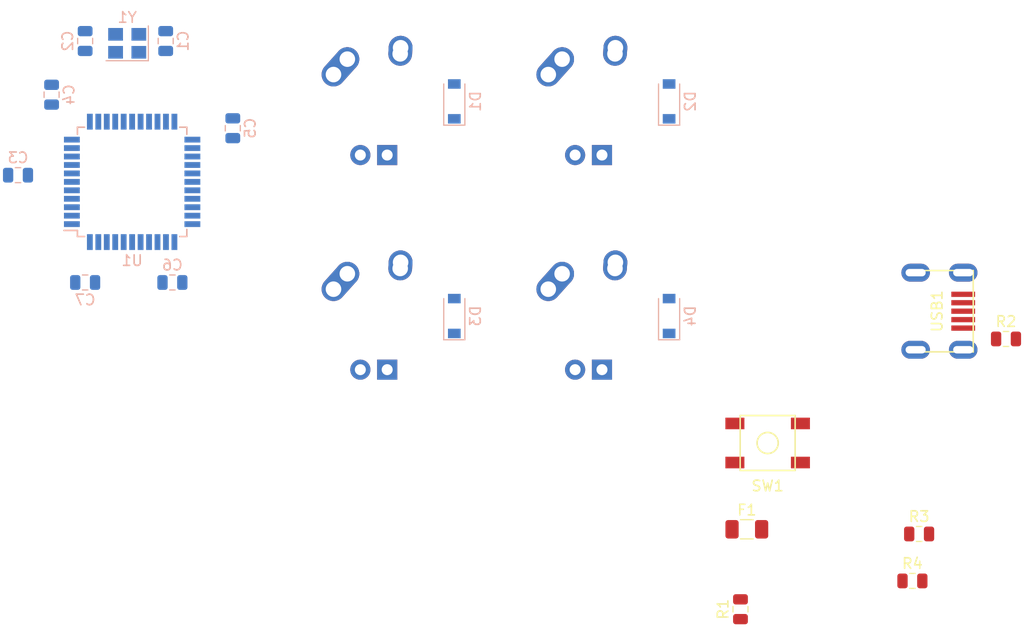
<source format=kicad_pcb>
(kicad_pcb (version 20171130) (host pcbnew "(5.1.4)-1")

  (general
    (thickness 1.6)
    (drawings 0)
    (tracks 0)
    (zones 0)
    (modules 24)
    (nets 49)
  )

  (page A4)
  (layers
    (0 F.Cu signal)
    (31 B.Cu signal)
    (32 B.Adhes user)
    (33 F.Adhes user)
    (34 B.Paste user)
    (35 F.Paste user)
    (36 B.SilkS user)
    (37 F.SilkS user)
    (38 B.Mask user)
    (39 F.Mask user)
    (40 Dwgs.User user)
    (41 Cmts.User user)
    (42 Eco1.User user)
    (43 Eco2.User user)
    (44 Edge.Cuts user)
    (45 Margin user)
    (46 B.CrtYd user)
    (47 F.CrtYd user)
    (48 B.Fab user)
    (49 F.Fab user)
  )

  (setup
    (last_trace_width 0.25)
    (trace_clearance 0.2)
    (zone_clearance 0.508)
    (zone_45_only no)
    (trace_min 0.2)
    (via_size 0.8)
    (via_drill 0.4)
    (via_min_size 0.4)
    (via_min_drill 0.3)
    (uvia_size 0.3)
    (uvia_drill 0.1)
    (uvias_allowed no)
    (uvia_min_size 0.2)
    (uvia_min_drill 0.1)
    (edge_width 0.05)
    (segment_width 0.2)
    (pcb_text_width 0.3)
    (pcb_text_size 1.5 1.5)
    (mod_edge_width 0.12)
    (mod_text_size 1 1)
    (mod_text_width 0.15)
    (pad_size 1.524 1.524)
    (pad_drill 0.762)
    (pad_to_mask_clearance 0.051)
    (solder_mask_min_width 0.25)
    (aux_axis_origin 0 0)
    (visible_elements FFFFFF7F)
    (pcbplotparams
      (layerselection 0x010fc_ffffffff)
      (usegerberextensions false)
      (usegerberattributes false)
      (usegerberadvancedattributes false)
      (creategerberjobfile false)
      (excludeedgelayer true)
      (linewidth 0.100000)
      (plotframeref false)
      (viasonmask false)
      (mode 1)
      (useauxorigin false)
      (hpglpennumber 1)
      (hpglpenspeed 20)
      (hpglpendiameter 15.000000)
      (psnegative false)
      (psa4output false)
      (plotreference true)
      (plotvalue true)
      (plotinvisibletext false)
      (padsonsilk false)
      (subtractmaskfromsilk false)
      (outputformat 1)
      (mirror false)
      (drillshape 1)
      (scaleselection 1)
      (outputdirectory ""))
  )

  (net 0 "")
  (net 1 GND)
  (net 2 "Net-(C1-Pad1)")
  (net 3 "Net-(C2-Pad1)")
  (net 4 "Net-(C3-Pad1)")
  (net 5 +5V)
  (net 6 "Net-(D1-Pad2)")
  (net 7 ROW0)
  (net 8 "Net-(D2-Pad2)")
  (net 9 "Net-(D3-Pad2)")
  (net 10 ROW1)
  (net 11 "Net-(D4-Pad2)")
  (net 12 VCC)
  (net 13 COL0)
  (net 14 COL1)
  (net 15 "Net-(R1-Pad2)")
  (net 16 D+)
  (net 17 "Net-(R2-Pad1)")
  (net 18 D-)
  (net 19 "Net-(R3-Pad1)")
  (net 20 "Net-(R4-Pad2)")
  (net 21 "Net-(U1-Pad42)")
  (net 22 "Net-(U1-Pad41)")
  (net 23 "Net-(U1-Pad40)")
  (net 24 "Net-(U1-Pad39)")
  (net 25 "Net-(U1-Pad38)")
  (net 26 "Net-(U1-Pad37)")
  (net 27 "Net-(U1-Pad36)")
  (net 28 "Net-(U1-Pad32)")
  (net 29 "Net-(U1-Pad31)")
  (net 30 "Net-(U1-Pad30)")
  (net 31 "Net-(U1-Pad29)")
  (net 32 "Net-(U1-Pad28)")
  (net 33 "Net-(U1-Pad27)")
  (net 34 "Net-(U1-Pad26)")
  (net 35 "Net-(U1-Pad25)")
  (net 36 "Net-(U1-Pad22)")
  (net 37 "Net-(U1-Pad21)")
  (net 38 "Net-(U1-Pad20)")
  (net 39 "Net-(U1-Pad19)")
  (net 40 "Net-(U1-Pad18)")
  (net 41 "Net-(U1-Pad12)")
  (net 42 "Net-(U1-Pad11)")
  (net 43 "Net-(U1-Pad10)")
  (net 44 "Net-(U1-Pad9)")
  (net 45 "Net-(U1-Pad8)")
  (net 46 "Net-(U1-Pad1)")
  (net 47 "Net-(USB1-Pad6)")
  (net 48 "Net-(USB1-Pad2)")

  (net_class Default "This is the default net class."
    (clearance 0.2)
    (trace_width 0.25)
    (via_dia 0.8)
    (via_drill 0.4)
    (uvia_dia 0.3)
    (uvia_drill 0.1)
    (add_net +5V)
    (add_net COL0)
    (add_net COL1)
    (add_net D+)
    (add_net D-)
    (add_net GND)
    (add_net "Net-(C1-Pad1)")
    (add_net "Net-(C2-Pad1)")
    (add_net "Net-(C3-Pad1)")
    (add_net "Net-(D1-Pad2)")
    (add_net "Net-(D2-Pad2)")
    (add_net "Net-(D3-Pad2)")
    (add_net "Net-(D4-Pad2)")
    (add_net "Net-(R1-Pad2)")
    (add_net "Net-(R2-Pad1)")
    (add_net "Net-(R3-Pad1)")
    (add_net "Net-(R4-Pad2)")
    (add_net "Net-(U1-Pad1)")
    (add_net "Net-(U1-Pad10)")
    (add_net "Net-(U1-Pad11)")
    (add_net "Net-(U1-Pad12)")
    (add_net "Net-(U1-Pad18)")
    (add_net "Net-(U1-Pad19)")
    (add_net "Net-(U1-Pad20)")
    (add_net "Net-(U1-Pad21)")
    (add_net "Net-(U1-Pad22)")
    (add_net "Net-(U1-Pad25)")
    (add_net "Net-(U1-Pad26)")
    (add_net "Net-(U1-Pad27)")
    (add_net "Net-(U1-Pad28)")
    (add_net "Net-(U1-Pad29)")
    (add_net "Net-(U1-Pad30)")
    (add_net "Net-(U1-Pad31)")
    (add_net "Net-(U1-Pad32)")
    (add_net "Net-(U1-Pad36)")
    (add_net "Net-(U1-Pad37)")
    (add_net "Net-(U1-Pad38)")
    (add_net "Net-(U1-Pad39)")
    (add_net "Net-(U1-Pad40)")
    (add_net "Net-(U1-Pad41)")
    (add_net "Net-(U1-Pad42)")
    (add_net "Net-(U1-Pad8)")
    (add_net "Net-(U1-Pad9)")
    (add_net "Net-(USB1-Pad2)")
    (add_net "Net-(USB1-Pad6)")
    (add_net ROW0)
    (add_net ROW1)
    (add_net VCC)
  )

  (module Crystal:Crystal_SMD_3225-4Pin_3.2x2.5mm (layer B.Cu) (tedit 5A0FD1B2) (tstamp 5FEB8B27)
    (at 66.05125 67.2075 180)
    (descr "SMD Crystal SERIES SMD3225/4 http://www.txccrystal.com/images/pdf/7m-accuracy.pdf, 3.2x2.5mm^2 package")
    (tags "SMD SMT crystal")
    (path /5FEEBE82)
    (attr smd)
    (fp_text reference Y1 (at 0 2.45) (layer B.SilkS)
      (effects (font (size 1 1) (thickness 0.15)) (justify mirror))
    )
    (fp_text value 16MHz (at 0 -2.45) (layer B.Fab)
      (effects (font (size 1 1) (thickness 0.15)) (justify mirror))
    )
    (fp_line (start 2.1 1.7) (end -2.1 1.7) (layer B.CrtYd) (width 0.05))
    (fp_line (start 2.1 -1.7) (end 2.1 1.7) (layer B.CrtYd) (width 0.05))
    (fp_line (start -2.1 -1.7) (end 2.1 -1.7) (layer B.CrtYd) (width 0.05))
    (fp_line (start -2.1 1.7) (end -2.1 -1.7) (layer B.CrtYd) (width 0.05))
    (fp_line (start -2 -1.65) (end 2 -1.65) (layer B.SilkS) (width 0.12))
    (fp_line (start -2 1.65) (end -2 -1.65) (layer B.SilkS) (width 0.12))
    (fp_line (start -1.6 -0.25) (end -0.6 -1.25) (layer B.Fab) (width 0.1))
    (fp_line (start 1.6 1.25) (end -1.6 1.25) (layer B.Fab) (width 0.1))
    (fp_line (start 1.6 -1.25) (end 1.6 1.25) (layer B.Fab) (width 0.1))
    (fp_line (start -1.6 -1.25) (end 1.6 -1.25) (layer B.Fab) (width 0.1))
    (fp_line (start -1.6 1.25) (end -1.6 -1.25) (layer B.Fab) (width 0.1))
    (fp_text user %R (at 0 0) (layer B.Fab)
      (effects (font (size 0.7 0.7) (thickness 0.105)) (justify mirror))
    )
    (pad 4 smd rect (at -1.1 0.85 180) (size 1.4 1.2) (layers B.Cu B.Paste B.Mask)
      (net 1 GND))
    (pad 3 smd rect (at 1.1 0.85 180) (size 1.4 1.2) (layers B.Cu B.Paste B.Mask)
      (net 3 "Net-(C2-Pad1)"))
    (pad 2 smd rect (at 1.1 -0.85 180) (size 1.4 1.2) (layers B.Cu B.Paste B.Mask)
      (net 1 GND))
    (pad 1 smd rect (at -1.1 -0.85 180) (size 1.4 1.2) (layers B.Cu B.Paste B.Mask)
      (net 2 "Net-(C1-Pad1)"))
    (model ${KISYS3DMOD}/Crystal.3dshapes/Crystal_SMD_3225-4Pin_3.2x2.5mm.wrl
      (at (xyz 0 0 0))
      (scale (xyz 1 1 1))
      (rotate (xyz 0 0 0))
    )
  )

  (module random-keyboard-parts:Molex-0548190589 (layer F.Cu) (tedit 5C494815) (tstamp 5FEB8B13)
    (at 140.64 92.572)
    (path /5FF067E2)
    (attr smd)
    (fp_text reference USB1 (at 2.032 0 90) (layer F.SilkS)
      (effects (font (size 1 1) (thickness 0.15)))
    )
    (fp_text value Molex-0548190589 (at -5.08 0 90) (layer Dwgs.User)
      (effects (font (size 1 1) (thickness 0.15)))
    )
    (fp_text user %R (at 2 0 90) (layer F.CrtYd)
      (effects (font (size 1 1) (thickness 0.15)))
    )
    (fp_line (start 3.25 -1.25) (end 5.5 -1.25) (layer F.CrtYd) (width 0.15))
    (fp_line (start 5.5 -0.5) (end 3.25 -0.5) (layer F.CrtYd) (width 0.15))
    (fp_line (start 3.25 0.5) (end 5.5 0.5) (layer F.CrtYd) (width 0.15))
    (fp_line (start 5.5 1.25) (end 3.25 1.25) (layer F.CrtYd) (width 0.15))
    (fp_line (start 3.25 2) (end 5.5 2) (layer F.CrtYd) (width 0.15))
    (fp_line (start 3.25 -2) (end 3.25 2) (layer F.CrtYd) (width 0.15))
    (fp_line (start 5.5 -2) (end 3.25 -2) (layer F.CrtYd) (width 0.15))
    (fp_line (start -3.75 3.75) (end -3.75 -3.75) (layer F.CrtYd) (width 0.15))
    (fp_line (start 5.5 3.75) (end -3.75 3.75) (layer F.CrtYd) (width 0.15))
    (fp_line (start 5.5 -3.75) (end 5.5 3.75) (layer F.CrtYd) (width 0.15))
    (fp_line (start -3.75 -3.75) (end 5.5 -3.75) (layer F.CrtYd) (width 0.15))
    (fp_line (start 0 -3.85) (end 5.45 -3.85) (layer F.SilkS) (width 0.15))
    (fp_line (start 0 3.85) (end 5.45 3.85) (layer F.SilkS) (width 0.15))
    (fp_line (start 5.45 -3.85) (end 5.45 3.85) (layer F.SilkS) (width 0.15))
    (fp_line (start -3.75 -3.85) (end 0 -3.85) (layer Dwgs.User) (width 0.15))
    (fp_line (start -3.75 3.85) (end 0 3.85) (layer Dwgs.User) (width 0.15))
    (fp_line (start -1.75 -4.572) (end -1.75 4.572) (layer Dwgs.User) (width 0.15))
    (fp_line (start -3.75 -3.85) (end -3.75 3.85) (layer Dwgs.User) (width 0.15))
    (pad 6 thru_hole oval (at 0 -3.65) (size 2.7 1.7) (drill oval 1.9 0.7) (layers *.Cu *.Mask)
      (net 47 "Net-(USB1-Pad6)"))
    (pad 6 thru_hole oval (at 0 3.65) (size 2.7 1.7) (drill oval 1.9 0.7) (layers *.Cu *.Mask)
      (net 47 "Net-(USB1-Pad6)"))
    (pad 6 thru_hole oval (at 4.5 3.65) (size 2.7 1.7) (drill oval 1.9 0.7) (layers *.Cu *.Mask)
      (net 47 "Net-(USB1-Pad6)"))
    (pad 6 thru_hole oval (at 4.5 -3.65) (size 2.7 1.7) (drill oval 1.9 0.7) (layers *.Cu *.Mask)
      (net 47 "Net-(USB1-Pad6)"))
    (pad 5 smd rect (at 4.5 -1.6) (size 2.25 0.5) (layers F.Cu F.Paste F.Mask)
      (net 12 VCC))
    (pad 4 smd rect (at 4.5 -0.8) (size 2.25 0.5) (layers F.Cu F.Paste F.Mask)
      (net 18 D-))
    (pad 3 smd rect (at 4.5 0) (size 2.25 0.5) (layers F.Cu F.Paste F.Mask)
      (net 16 D+))
    (pad 2 smd rect (at 4.5 0.8) (size 2.25 0.5) (layers F.Cu F.Paste F.Mask)
      (net 48 "Net-(USB1-Pad2)"))
    (pad 1 smd rect (at 4.5 1.6) (size 2.25 0.5) (layers F.Cu F.Paste F.Mask)
      (net 1 GND))
  )

  (module Package_QFP:TQFP-44_10x10mm_P0.8mm (layer B.Cu) (tedit 5A02F146) (tstamp 5FEB8AF3)
    (at 66.51625 80.3275)
    (descr "44-Lead Plastic Thin Quad Flatpack (PT) - 10x10x1.0 mm Body [TQFP] (see Microchip Packaging Specification 00000049BS.pdf)")
    (tags "QFP 0.8")
    (path /5FEB4F60)
    (attr smd)
    (fp_text reference U1 (at 0 7.45) (layer B.SilkS)
      (effects (font (size 1 1) (thickness 0.15)) (justify mirror))
    )
    (fp_text value ATmega32U4-AU (at 0 -7.45) (layer B.Fab)
      (effects (font (size 1 1) (thickness 0.15)) (justify mirror))
    )
    (fp_line (start -5.175 4.6) (end -6.45 4.6) (layer B.SilkS) (width 0.15))
    (fp_line (start 5.175 5.175) (end 4.5 5.175) (layer B.SilkS) (width 0.15))
    (fp_line (start 5.175 -5.175) (end 4.5 -5.175) (layer B.SilkS) (width 0.15))
    (fp_line (start -5.175 -5.175) (end -4.5 -5.175) (layer B.SilkS) (width 0.15))
    (fp_line (start -5.175 5.175) (end -4.5 5.175) (layer B.SilkS) (width 0.15))
    (fp_line (start -5.175 -5.175) (end -5.175 -4.5) (layer B.SilkS) (width 0.15))
    (fp_line (start 5.175 -5.175) (end 5.175 -4.5) (layer B.SilkS) (width 0.15))
    (fp_line (start 5.175 5.175) (end 5.175 4.5) (layer B.SilkS) (width 0.15))
    (fp_line (start -5.175 5.175) (end -5.175 4.6) (layer B.SilkS) (width 0.15))
    (fp_line (start -6.7 -6.7) (end 6.7 -6.7) (layer B.CrtYd) (width 0.05))
    (fp_line (start -6.7 6.7) (end 6.7 6.7) (layer B.CrtYd) (width 0.05))
    (fp_line (start 6.7 6.7) (end 6.7 -6.7) (layer B.CrtYd) (width 0.05))
    (fp_line (start -6.7 6.7) (end -6.7 -6.7) (layer B.CrtYd) (width 0.05))
    (fp_line (start -5 4) (end -4 5) (layer B.Fab) (width 0.15))
    (fp_line (start -5 -5) (end -5 4) (layer B.Fab) (width 0.15))
    (fp_line (start 5 -5) (end -5 -5) (layer B.Fab) (width 0.15))
    (fp_line (start 5 5) (end 5 -5) (layer B.Fab) (width 0.15))
    (fp_line (start -4 5) (end 5 5) (layer B.Fab) (width 0.15))
    (fp_text user %R (at 0 0) (layer B.Fab)
      (effects (font (size 1 1) (thickness 0.15)) (justify mirror))
    )
    (pad 44 smd rect (at -4 5.7 270) (size 1.5 0.55) (layers B.Cu B.Paste B.Mask)
      (net 5 +5V))
    (pad 43 smd rect (at -3.2 5.7 270) (size 1.5 0.55) (layers B.Cu B.Paste B.Mask)
      (net 1 GND))
    (pad 42 smd rect (at -2.4 5.7 270) (size 1.5 0.55) (layers B.Cu B.Paste B.Mask)
      (net 21 "Net-(U1-Pad42)"))
    (pad 41 smd rect (at -1.6 5.7 270) (size 1.5 0.55) (layers B.Cu B.Paste B.Mask)
      (net 22 "Net-(U1-Pad41)"))
    (pad 40 smd rect (at -0.8 5.7 270) (size 1.5 0.55) (layers B.Cu B.Paste B.Mask)
      (net 23 "Net-(U1-Pad40)"))
    (pad 39 smd rect (at 0 5.7 270) (size 1.5 0.55) (layers B.Cu B.Paste B.Mask)
      (net 24 "Net-(U1-Pad39)"))
    (pad 38 smd rect (at 0.8 5.7 270) (size 1.5 0.55) (layers B.Cu B.Paste B.Mask)
      (net 25 "Net-(U1-Pad38)"))
    (pad 37 smd rect (at 1.6 5.7 270) (size 1.5 0.55) (layers B.Cu B.Paste B.Mask)
      (net 26 "Net-(U1-Pad37)"))
    (pad 36 smd rect (at 2.4 5.7 270) (size 1.5 0.55) (layers B.Cu B.Paste B.Mask)
      (net 27 "Net-(U1-Pad36)"))
    (pad 35 smd rect (at 3.2 5.7 270) (size 1.5 0.55) (layers B.Cu B.Paste B.Mask)
      (net 1 GND))
    (pad 34 smd rect (at 4 5.7 270) (size 1.5 0.55) (layers B.Cu B.Paste B.Mask)
      (net 5 +5V))
    (pad 33 smd rect (at 5.7 4) (size 1.5 0.55) (layers B.Cu B.Paste B.Mask)
      (net 20 "Net-(R4-Pad2)"))
    (pad 32 smd rect (at 5.7 3.2) (size 1.5 0.55) (layers B.Cu B.Paste B.Mask)
      (net 28 "Net-(U1-Pad32)"))
    (pad 31 smd rect (at 5.7 2.4) (size 1.5 0.55) (layers B.Cu B.Paste B.Mask)
      (net 29 "Net-(U1-Pad31)"))
    (pad 30 smd rect (at 5.7 1.6) (size 1.5 0.55) (layers B.Cu B.Paste B.Mask)
      (net 30 "Net-(U1-Pad30)"))
    (pad 29 smd rect (at 5.7 0.8) (size 1.5 0.55) (layers B.Cu B.Paste B.Mask)
      (net 31 "Net-(U1-Pad29)"))
    (pad 28 smd rect (at 5.7 0) (size 1.5 0.55) (layers B.Cu B.Paste B.Mask)
      (net 32 "Net-(U1-Pad28)"))
    (pad 27 smd rect (at 5.7 -0.8) (size 1.5 0.55) (layers B.Cu B.Paste B.Mask)
      (net 33 "Net-(U1-Pad27)"))
    (pad 26 smd rect (at 5.7 -1.6) (size 1.5 0.55) (layers B.Cu B.Paste B.Mask)
      (net 34 "Net-(U1-Pad26)"))
    (pad 25 smd rect (at 5.7 -2.4) (size 1.5 0.55) (layers B.Cu B.Paste B.Mask)
      (net 35 "Net-(U1-Pad25)"))
    (pad 24 smd rect (at 5.7 -3.2) (size 1.5 0.55) (layers B.Cu B.Paste B.Mask)
      (net 5 +5V))
    (pad 23 smd rect (at 5.7 -4) (size 1.5 0.55) (layers B.Cu B.Paste B.Mask)
      (net 1 GND))
    (pad 22 smd rect (at 4 -5.7 270) (size 1.5 0.55) (layers B.Cu B.Paste B.Mask)
      (net 36 "Net-(U1-Pad22)"))
    (pad 21 smd rect (at 3.2 -5.7 270) (size 1.5 0.55) (layers B.Cu B.Paste B.Mask)
      (net 37 "Net-(U1-Pad21)"))
    (pad 20 smd rect (at 2.4 -5.7 270) (size 1.5 0.55) (layers B.Cu B.Paste B.Mask)
      (net 38 "Net-(U1-Pad20)"))
    (pad 19 smd rect (at 1.6 -5.7 270) (size 1.5 0.55) (layers B.Cu B.Paste B.Mask)
      (net 39 "Net-(U1-Pad19)"))
    (pad 18 smd rect (at 0.8 -5.7 270) (size 1.5 0.55) (layers B.Cu B.Paste B.Mask)
      (net 40 "Net-(U1-Pad18)"))
    (pad 17 smd rect (at 0 -5.7 270) (size 1.5 0.55) (layers B.Cu B.Paste B.Mask)
      (net 2 "Net-(C1-Pad1)"))
    (pad 16 smd rect (at -0.8 -5.7 270) (size 1.5 0.55) (layers B.Cu B.Paste B.Mask)
      (net 3 "Net-(C2-Pad1)"))
    (pad 15 smd rect (at -1.6 -5.7 270) (size 1.5 0.55) (layers B.Cu B.Paste B.Mask)
      (net 1 GND))
    (pad 14 smd rect (at -2.4 -5.7 270) (size 1.5 0.55) (layers B.Cu B.Paste B.Mask)
      (net 5 +5V))
    (pad 13 smd rect (at -3.2 -5.7 270) (size 1.5 0.55) (layers B.Cu B.Paste B.Mask)
      (net 15 "Net-(R1-Pad2)"))
    (pad 12 smd rect (at -4 -5.7 270) (size 1.5 0.55) (layers B.Cu B.Paste B.Mask)
      (net 41 "Net-(U1-Pad12)"))
    (pad 11 smd rect (at -5.7 -4) (size 1.5 0.55) (layers B.Cu B.Paste B.Mask)
      (net 42 "Net-(U1-Pad11)"))
    (pad 10 smd rect (at -5.7 -3.2) (size 1.5 0.55) (layers B.Cu B.Paste B.Mask)
      (net 43 "Net-(U1-Pad10)"))
    (pad 9 smd rect (at -5.7 -2.4) (size 1.5 0.55) (layers B.Cu B.Paste B.Mask)
      (net 44 "Net-(U1-Pad9)"))
    (pad 8 smd rect (at -5.7 -1.6) (size 1.5 0.55) (layers B.Cu B.Paste B.Mask)
      (net 45 "Net-(U1-Pad8)"))
    (pad 7 smd rect (at -5.7 -0.8) (size 1.5 0.55) (layers B.Cu B.Paste B.Mask)
      (net 5 +5V))
    (pad 6 smd rect (at -5.7 0) (size 1.5 0.55) (layers B.Cu B.Paste B.Mask)
      (net 4 "Net-(C3-Pad1)"))
    (pad 5 smd rect (at -5.7 0.8) (size 1.5 0.55) (layers B.Cu B.Paste B.Mask)
      (net 1 GND))
    (pad 4 smd rect (at -5.7 1.6) (size 1.5 0.55) (layers B.Cu B.Paste B.Mask)
      (net 17 "Net-(R2-Pad1)"))
    (pad 3 smd rect (at -5.7 2.4) (size 1.5 0.55) (layers B.Cu B.Paste B.Mask)
      (net 19 "Net-(R3-Pad1)"))
    (pad 2 smd rect (at -5.7 3.2) (size 1.5 0.55) (layers B.Cu B.Paste B.Mask)
      (net 5 +5V))
    (pad 1 smd rect (at -5.7 4) (size 1.5 0.55) (layers B.Cu B.Paste B.Mask)
      (net 46 "Net-(U1-Pad1)"))
    (model ${KISYS3DMOD}/Package_QFP.3dshapes/TQFP-44_10x10mm_P0.8mm.wrl
      (at (xyz 0 0 0))
      (scale (xyz 1 1 1))
      (rotate (xyz 0 0 0))
    )
  )

  (module random-keyboard-parts:SKQG-1155865 (layer F.Cu) (tedit 5E62B398) (tstamp 5FEB8AB0)
    (at 126.64 105.05)
    (path /5FEFB246)
    (attr smd)
    (fp_text reference SW1 (at 0 4.064) (layer F.SilkS)
      (effects (font (size 1 1) (thickness 0.15)))
    )
    (fp_text value SW_Push (at 0 -4.064) (layer F.Fab)
      (effects (font (size 1 1) (thickness 0.15)))
    )
    (fp_line (start -2.6 -2.6) (end 2.6 -2.6) (layer F.SilkS) (width 0.15))
    (fp_line (start 2.6 -2.6) (end 2.6 2.6) (layer F.SilkS) (width 0.15))
    (fp_line (start 2.6 2.6) (end -2.6 2.6) (layer F.SilkS) (width 0.15))
    (fp_line (start -2.6 2.6) (end -2.6 -2.6) (layer F.SilkS) (width 0.15))
    (fp_circle (center 0 0) (end 1 0) (layer F.SilkS) (width 0.15))
    (fp_line (start -4.2 -2.6) (end 4.2 -2.6) (layer F.Fab) (width 0.15))
    (fp_line (start 4.2 -2.6) (end 4.2 -1.2) (layer F.Fab) (width 0.15))
    (fp_line (start 4.2 -1.1) (end 2.6 -1.1) (layer F.Fab) (width 0.15))
    (fp_line (start 2.6 -1.1) (end 2.6 1.1) (layer F.Fab) (width 0.15))
    (fp_line (start 2.6 1.1) (end 4.2 1.1) (layer F.Fab) (width 0.15))
    (fp_line (start 4.2 1.1) (end 4.2 2.6) (layer F.Fab) (width 0.15))
    (fp_line (start 4.2 2.6) (end -4.2 2.6) (layer F.Fab) (width 0.15))
    (fp_line (start -4.2 2.6) (end -4.2 1.1) (layer F.Fab) (width 0.15))
    (fp_line (start -4.2 1.1) (end -2.6 1.1) (layer F.Fab) (width 0.15))
    (fp_line (start -2.6 1.1) (end -2.6 -1.1) (layer F.Fab) (width 0.15))
    (fp_line (start -2.6 -1.1) (end -4.2 -1.1) (layer F.Fab) (width 0.15))
    (fp_line (start -4.2 -1.1) (end -4.2 -2.6) (layer F.Fab) (width 0.15))
    (fp_circle (center 0 0) (end 1 0) (layer F.Fab) (width 0.15))
    (fp_line (start -2.6 -1.1) (end -1.1 -2.6) (layer F.Fab) (width 0.15))
    (fp_line (start 2.6 -1.1) (end 1.1 -2.6) (layer F.Fab) (width 0.15))
    (fp_line (start 2.6 1.1) (end 1.1 2.6) (layer F.Fab) (width 0.15))
    (fp_line (start -2.6 1.1) (end -1.1 2.6) (layer F.Fab) (width 0.15))
    (pad 4 smd rect (at -3.1 1.85) (size 1.8 1.1) (layers F.Cu F.Paste F.Mask))
    (pad 3 smd rect (at 3.1 -1.85) (size 1.8 1.1) (layers F.Cu F.Paste F.Mask))
    (pad 2 smd rect (at -3.1 -1.85) (size 1.8 1.1) (layers F.Cu F.Paste F.Mask)
      (net 15 "Net-(R1-Pad2)"))
    (pad 1 smd rect (at 3.1 1.85) (size 1.8 1.1) (layers F.Cu F.Paste F.Mask)
      (net 1 GND))
    (model ${KISYS3DMOD}/Button_Switch_SMD.3dshapes/SW_SPST_TL3342.step
      (at (xyz 0 0 0))
      (scale (xyz 1 1 1))
      (rotate (xyz 0 0 0))
    )
  )

  (module Resistor_SMD:R_0805_2012Metric (layer F.Cu) (tedit 5B36C52B) (tstamp 5FEB8A92)
    (at 140.335 118.11)
    (descr "Resistor SMD 0805 (2012 Metric), square (rectangular) end terminal, IPC_7351 nominal, (Body size source: https://docs.google.com/spreadsheets/d/1BsfQQcO9C6DZCsRaXUlFlo91Tg2WpOkGARC1WS5S8t0/edit?usp=sharing), generated with kicad-footprint-generator")
    (tags resistor)
    (path /5FEC9EA9)
    (attr smd)
    (fp_text reference R4 (at 0 -1.65) (layer F.SilkS)
      (effects (font (size 1 1) (thickness 0.15)))
    )
    (fp_text value 10k (at 0 1.65) (layer F.Fab)
      (effects (font (size 1 1) (thickness 0.15)))
    )
    (fp_text user %R (at 0 0) (layer F.Fab)
      (effects (font (size 0.5 0.5) (thickness 0.08)))
    )
    (fp_line (start 1.68 0.95) (end -1.68 0.95) (layer F.CrtYd) (width 0.05))
    (fp_line (start 1.68 -0.95) (end 1.68 0.95) (layer F.CrtYd) (width 0.05))
    (fp_line (start -1.68 -0.95) (end 1.68 -0.95) (layer F.CrtYd) (width 0.05))
    (fp_line (start -1.68 0.95) (end -1.68 -0.95) (layer F.CrtYd) (width 0.05))
    (fp_line (start -0.258578 0.71) (end 0.258578 0.71) (layer F.SilkS) (width 0.12))
    (fp_line (start -0.258578 -0.71) (end 0.258578 -0.71) (layer F.SilkS) (width 0.12))
    (fp_line (start 1 0.6) (end -1 0.6) (layer F.Fab) (width 0.1))
    (fp_line (start 1 -0.6) (end 1 0.6) (layer F.Fab) (width 0.1))
    (fp_line (start -1 -0.6) (end 1 -0.6) (layer F.Fab) (width 0.1))
    (fp_line (start -1 0.6) (end -1 -0.6) (layer F.Fab) (width 0.1))
    (pad 2 smd roundrect (at 0.9375 0) (size 0.975 1.4) (layers F.Cu F.Paste F.Mask) (roundrect_rratio 0.25)
      (net 20 "Net-(R4-Pad2)"))
    (pad 1 smd roundrect (at -0.9375 0) (size 0.975 1.4) (layers F.Cu F.Paste F.Mask) (roundrect_rratio 0.25)
      (net 1 GND))
    (model ${KISYS3DMOD}/Resistor_SMD.3dshapes/R_0805_2012Metric.wrl
      (at (xyz 0 0 0))
      (scale (xyz 1 1 1))
      (rotate (xyz 0 0 0))
    )
  )

  (module Resistor_SMD:R_0805_2012Metric (layer F.Cu) (tedit 5B36C52B) (tstamp 5FEB8A81)
    (at 140.97 113.665)
    (descr "Resistor SMD 0805 (2012 Metric), square (rectangular) end terminal, IPC_7351 nominal, (Body size source: https://docs.google.com/spreadsheets/d/1BsfQQcO9C6DZCsRaXUlFlo91Tg2WpOkGARC1WS5S8t0/edit?usp=sharing), generated with kicad-footprint-generator")
    (tags resistor)
    (path /5FED4DB5)
    (attr smd)
    (fp_text reference R3 (at 0 -1.65) (layer F.SilkS)
      (effects (font (size 1 1) (thickness 0.15)))
    )
    (fp_text value 22 (at 0 1.65) (layer F.Fab)
      (effects (font (size 1 1) (thickness 0.15)))
    )
    (fp_line (start -1 0.6) (end -1 -0.6) (layer F.Fab) (width 0.1))
    (fp_line (start -1 -0.6) (end 1 -0.6) (layer F.Fab) (width 0.1))
    (fp_line (start 1 -0.6) (end 1 0.6) (layer F.Fab) (width 0.1))
    (fp_line (start 1 0.6) (end -1 0.6) (layer F.Fab) (width 0.1))
    (fp_line (start -0.258578 -0.71) (end 0.258578 -0.71) (layer F.SilkS) (width 0.12))
    (fp_line (start -0.258578 0.71) (end 0.258578 0.71) (layer F.SilkS) (width 0.12))
    (fp_line (start -1.68 0.95) (end -1.68 -0.95) (layer F.CrtYd) (width 0.05))
    (fp_line (start -1.68 -0.95) (end 1.68 -0.95) (layer F.CrtYd) (width 0.05))
    (fp_line (start 1.68 -0.95) (end 1.68 0.95) (layer F.CrtYd) (width 0.05))
    (fp_line (start 1.68 0.95) (end -1.68 0.95) (layer F.CrtYd) (width 0.05))
    (fp_text user %R (at 0 0) (layer F.Fab)
      (effects (font (size 0.5 0.5) (thickness 0.08)))
    )
    (pad 1 smd roundrect (at -0.9375 0) (size 0.975 1.4) (layers F.Cu F.Paste F.Mask) (roundrect_rratio 0.25)
      (net 19 "Net-(R3-Pad1)"))
    (pad 2 smd roundrect (at 0.9375 0) (size 0.975 1.4) (layers F.Cu F.Paste F.Mask) (roundrect_rratio 0.25)
      (net 18 D-))
    (model ${KISYS3DMOD}/Resistor_SMD.3dshapes/R_0805_2012Metric.wrl
      (at (xyz 0 0 0))
      (scale (xyz 1 1 1))
      (rotate (xyz 0 0 0))
    )
  )

  (module Resistor_SMD:R_0805_2012Metric (layer F.Cu) (tedit 5B36C52B) (tstamp 5FEB8A70)
    (at 149.19 95.2)
    (descr "Resistor SMD 0805 (2012 Metric), square (rectangular) end terminal, IPC_7351 nominal, (Body size source: https://docs.google.com/spreadsheets/d/1BsfQQcO9C6DZCsRaXUlFlo91Tg2WpOkGARC1WS5S8t0/edit?usp=sharing), generated with kicad-footprint-generator")
    (tags resistor)
    (path /5FED3DFF)
    (attr smd)
    (fp_text reference R2 (at 0 -1.65) (layer F.SilkS)
      (effects (font (size 1 1) (thickness 0.15)))
    )
    (fp_text value 22 (at 0 1.65) (layer F.Fab)
      (effects (font (size 1 1) (thickness 0.15)))
    )
    (fp_text user %R (at 0 0) (layer F.Fab)
      (effects (font (size 0.5 0.5) (thickness 0.08)))
    )
    (fp_line (start 1.68 0.95) (end -1.68 0.95) (layer F.CrtYd) (width 0.05))
    (fp_line (start 1.68 -0.95) (end 1.68 0.95) (layer F.CrtYd) (width 0.05))
    (fp_line (start -1.68 -0.95) (end 1.68 -0.95) (layer F.CrtYd) (width 0.05))
    (fp_line (start -1.68 0.95) (end -1.68 -0.95) (layer F.CrtYd) (width 0.05))
    (fp_line (start -0.258578 0.71) (end 0.258578 0.71) (layer F.SilkS) (width 0.12))
    (fp_line (start -0.258578 -0.71) (end 0.258578 -0.71) (layer F.SilkS) (width 0.12))
    (fp_line (start 1 0.6) (end -1 0.6) (layer F.Fab) (width 0.1))
    (fp_line (start 1 -0.6) (end 1 0.6) (layer F.Fab) (width 0.1))
    (fp_line (start -1 -0.6) (end 1 -0.6) (layer F.Fab) (width 0.1))
    (fp_line (start -1 0.6) (end -1 -0.6) (layer F.Fab) (width 0.1))
    (pad 2 smd roundrect (at 0.9375 0) (size 0.975 1.4) (layers F.Cu F.Paste F.Mask) (roundrect_rratio 0.25)
      (net 16 D+))
    (pad 1 smd roundrect (at -0.9375 0) (size 0.975 1.4) (layers F.Cu F.Paste F.Mask) (roundrect_rratio 0.25)
      (net 17 "Net-(R2-Pad1)"))
    (model ${KISYS3DMOD}/Resistor_SMD.3dshapes/R_0805_2012Metric.wrl
      (at (xyz 0 0 0))
      (scale (xyz 1 1 1))
      (rotate (xyz 0 0 0))
    )
  )

  (module Resistor_SMD:R_0805_2012Metric (layer F.Cu) (tedit 5B36C52B) (tstamp 5FEB8A5F)
    (at 124.07 120.79 90)
    (descr "Resistor SMD 0805 (2012 Metric), square (rectangular) end terminal, IPC_7351 nominal, (Body size source: https://docs.google.com/spreadsheets/d/1BsfQQcO9C6DZCsRaXUlFlo91Tg2WpOkGARC1WS5S8t0/edit?usp=sharing), generated with kicad-footprint-generator")
    (tags resistor)
    (path /5FEFDFD6)
    (attr smd)
    (fp_text reference R1 (at 0 -1.65 90) (layer F.SilkS)
      (effects (font (size 1 1) (thickness 0.15)))
    )
    (fp_text value 10k (at 0 1.65 90) (layer F.Fab)
      (effects (font (size 1 1) (thickness 0.15)))
    )
    (fp_line (start -1 0.6) (end -1 -0.6) (layer F.Fab) (width 0.1))
    (fp_line (start -1 -0.6) (end 1 -0.6) (layer F.Fab) (width 0.1))
    (fp_line (start 1 -0.6) (end 1 0.6) (layer F.Fab) (width 0.1))
    (fp_line (start 1 0.6) (end -1 0.6) (layer F.Fab) (width 0.1))
    (fp_line (start -0.258578 -0.71) (end 0.258578 -0.71) (layer F.SilkS) (width 0.12))
    (fp_line (start -0.258578 0.71) (end 0.258578 0.71) (layer F.SilkS) (width 0.12))
    (fp_line (start -1.68 0.95) (end -1.68 -0.95) (layer F.CrtYd) (width 0.05))
    (fp_line (start -1.68 -0.95) (end 1.68 -0.95) (layer F.CrtYd) (width 0.05))
    (fp_line (start 1.68 -0.95) (end 1.68 0.95) (layer F.CrtYd) (width 0.05))
    (fp_line (start 1.68 0.95) (end -1.68 0.95) (layer F.CrtYd) (width 0.05))
    (fp_text user %R (at 0 0 90) (layer F.Fab)
      (effects (font (size 0.5 0.5) (thickness 0.08)))
    )
    (pad 1 smd roundrect (at -0.9375 0 90) (size 0.975 1.4) (layers F.Cu F.Paste F.Mask) (roundrect_rratio 0.25)
      (net 5 +5V))
    (pad 2 smd roundrect (at 0.9375 0 90) (size 0.975 1.4) (layers F.Cu F.Paste F.Mask) (roundrect_rratio 0.25)
      (net 15 "Net-(R1-Pad2)"))
    (model ${KISYS3DMOD}/Resistor_SMD.3dshapes/R_0805_2012Metric.wrl
      (at (xyz 0 0 0))
      (scale (xyz 1 1 1))
      (rotate (xyz 0 0 0))
    )
  )

  (module MX_Alps_Hybrid:MX-1U (layer F.Cu) (tedit 5A9F3A9A) (tstamp 5FEB8A4E)
    (at 109.69625 93.0275)
    (path /5FF20267)
    (fp_text reference MX4 (at 0 3.175) (layer Dwgs.User)
      (effects (font (size 1 1) (thickness 0.15)))
    )
    (fp_text value MX-NoLED (at 0 -7.9375) (layer Dwgs.User)
      (effects (font (size 1 1) (thickness 0.15)))
    )
    (fp_line (start -9.525 9.525) (end -9.525 -9.525) (layer Dwgs.User) (width 0.15))
    (fp_line (start 9.525 9.525) (end -9.525 9.525) (layer Dwgs.User) (width 0.15))
    (fp_line (start 9.525 -9.525) (end 9.525 9.525) (layer Dwgs.User) (width 0.15))
    (fp_line (start -9.525 -9.525) (end 9.525 -9.525) (layer Dwgs.User) (width 0.15))
    (fp_line (start -7 -7) (end -7 -5) (layer Dwgs.User) (width 0.15))
    (fp_line (start -5 -7) (end -7 -7) (layer Dwgs.User) (width 0.15))
    (fp_line (start -7 7) (end -5 7) (layer Dwgs.User) (width 0.15))
    (fp_line (start -7 5) (end -7 7) (layer Dwgs.User) (width 0.15))
    (fp_line (start 7 7) (end 7 5) (layer Dwgs.User) (width 0.15))
    (fp_line (start 5 7) (end 7 7) (layer Dwgs.User) (width 0.15))
    (fp_line (start 7 -7) (end 7 -5) (layer Dwgs.User) (width 0.15))
    (fp_line (start 5 -7) (end 7 -7) (layer Dwgs.User) (width 0.15))
    (pad "" np_thru_hole circle (at 5.08 0 48.0996) (size 1.75 1.75) (drill 1.75) (layers *.Cu *.Mask))
    (pad "" np_thru_hole circle (at -5.08 0 48.0996) (size 1.75 1.75) (drill 1.75) (layers *.Cu *.Mask))
    (pad 4 thru_hole rect (at 1.27 5.08) (size 1.905 1.905) (drill 1.04) (layers *.Cu B.Mask))
    (pad 3 thru_hole circle (at -1.27 5.08) (size 1.905 1.905) (drill 1.04) (layers *.Cu B.Mask))
    (pad 1 thru_hole circle (at -2.5 -4) (size 2.25 2.25) (drill 1.47) (layers *.Cu B.Mask)
      (net 14 COL1))
    (pad "" np_thru_hole circle (at 0 0) (size 3.9878 3.9878) (drill 3.9878) (layers *.Cu *.Mask))
    (pad 1 thru_hole oval (at -3.81 -2.54 48.0996) (size 4.211556 2.25) (drill 1.47 (offset 0.980778 0)) (layers *.Cu B.Mask)
      (net 14 COL1))
    (pad 2 thru_hole circle (at 2.54 -5.08) (size 2.25 2.25) (drill 1.47) (layers *.Cu B.Mask)
      (net 11 "Net-(D4-Pad2)"))
    (pad 2 thru_hole oval (at 2.5 -4.5 86.0548) (size 2.831378 2.25) (drill 1.47 (offset 0.290689 0)) (layers *.Cu B.Mask)
      (net 11 "Net-(D4-Pad2)"))
  )

  (module MX_Alps_Hybrid:MX-1U (layer F.Cu) (tedit 5A9F3A9A) (tstamp 5FEB8A35)
    (at 89.37625 93.0275)
    (path /5FF1F8BB)
    (fp_text reference MX3 (at 0 3.175) (layer Dwgs.User)
      (effects (font (size 1 1) (thickness 0.15)))
    )
    (fp_text value MX-NoLED (at 0 -7.9375) (layer Dwgs.User)
      (effects (font (size 1 1) (thickness 0.15)))
    )
    (fp_line (start -9.525 9.525) (end -9.525 -9.525) (layer Dwgs.User) (width 0.15))
    (fp_line (start 9.525 9.525) (end -9.525 9.525) (layer Dwgs.User) (width 0.15))
    (fp_line (start 9.525 -9.525) (end 9.525 9.525) (layer Dwgs.User) (width 0.15))
    (fp_line (start -9.525 -9.525) (end 9.525 -9.525) (layer Dwgs.User) (width 0.15))
    (fp_line (start -7 -7) (end -7 -5) (layer Dwgs.User) (width 0.15))
    (fp_line (start -5 -7) (end -7 -7) (layer Dwgs.User) (width 0.15))
    (fp_line (start -7 7) (end -5 7) (layer Dwgs.User) (width 0.15))
    (fp_line (start -7 5) (end -7 7) (layer Dwgs.User) (width 0.15))
    (fp_line (start 7 7) (end 7 5) (layer Dwgs.User) (width 0.15))
    (fp_line (start 5 7) (end 7 7) (layer Dwgs.User) (width 0.15))
    (fp_line (start 7 -7) (end 7 -5) (layer Dwgs.User) (width 0.15))
    (fp_line (start 5 -7) (end 7 -7) (layer Dwgs.User) (width 0.15))
    (pad "" np_thru_hole circle (at 5.08 0 48.0996) (size 1.75 1.75) (drill 1.75) (layers *.Cu *.Mask))
    (pad "" np_thru_hole circle (at -5.08 0 48.0996) (size 1.75 1.75) (drill 1.75) (layers *.Cu *.Mask))
    (pad 4 thru_hole rect (at 1.27 5.08) (size 1.905 1.905) (drill 1.04) (layers *.Cu B.Mask))
    (pad 3 thru_hole circle (at -1.27 5.08) (size 1.905 1.905) (drill 1.04) (layers *.Cu B.Mask))
    (pad 1 thru_hole circle (at -2.5 -4) (size 2.25 2.25) (drill 1.47) (layers *.Cu B.Mask)
      (net 13 COL0))
    (pad "" np_thru_hole circle (at 0 0) (size 3.9878 3.9878) (drill 3.9878) (layers *.Cu *.Mask))
    (pad 1 thru_hole oval (at -3.81 -2.54 48.0996) (size 4.211556 2.25) (drill 1.47 (offset 0.980778 0)) (layers *.Cu B.Mask)
      (net 13 COL0))
    (pad 2 thru_hole circle (at 2.54 -5.08) (size 2.25 2.25) (drill 1.47) (layers *.Cu B.Mask)
      (net 9 "Net-(D3-Pad2)"))
    (pad 2 thru_hole oval (at 2.5 -4.5 86.0548) (size 2.831378 2.25) (drill 1.47 (offset 0.290689 0)) (layers *.Cu B.Mask)
      (net 9 "Net-(D3-Pad2)"))
  )

  (module MX_Alps_Hybrid:MX-1U (layer F.Cu) (tedit 5A9F3A9A) (tstamp 5FEB8A1C)
    (at 109.69625 72.7075)
    (path /5FF1E9D7)
    (fp_text reference MX2 (at 0 3.175) (layer Dwgs.User)
      (effects (font (size 1 1) (thickness 0.15)))
    )
    (fp_text value MX-NoLED (at 0 -7.9375) (layer Dwgs.User)
      (effects (font (size 1 1) (thickness 0.15)))
    )
    (fp_line (start -9.525 9.525) (end -9.525 -9.525) (layer Dwgs.User) (width 0.15))
    (fp_line (start 9.525 9.525) (end -9.525 9.525) (layer Dwgs.User) (width 0.15))
    (fp_line (start 9.525 -9.525) (end 9.525 9.525) (layer Dwgs.User) (width 0.15))
    (fp_line (start -9.525 -9.525) (end 9.525 -9.525) (layer Dwgs.User) (width 0.15))
    (fp_line (start -7 -7) (end -7 -5) (layer Dwgs.User) (width 0.15))
    (fp_line (start -5 -7) (end -7 -7) (layer Dwgs.User) (width 0.15))
    (fp_line (start -7 7) (end -5 7) (layer Dwgs.User) (width 0.15))
    (fp_line (start -7 5) (end -7 7) (layer Dwgs.User) (width 0.15))
    (fp_line (start 7 7) (end 7 5) (layer Dwgs.User) (width 0.15))
    (fp_line (start 5 7) (end 7 7) (layer Dwgs.User) (width 0.15))
    (fp_line (start 7 -7) (end 7 -5) (layer Dwgs.User) (width 0.15))
    (fp_line (start 5 -7) (end 7 -7) (layer Dwgs.User) (width 0.15))
    (pad "" np_thru_hole circle (at 5.08 0 48.0996) (size 1.75 1.75) (drill 1.75) (layers *.Cu *.Mask))
    (pad "" np_thru_hole circle (at -5.08 0 48.0996) (size 1.75 1.75) (drill 1.75) (layers *.Cu *.Mask))
    (pad 4 thru_hole rect (at 1.27 5.08) (size 1.905 1.905) (drill 1.04) (layers *.Cu B.Mask))
    (pad 3 thru_hole circle (at -1.27 5.08) (size 1.905 1.905) (drill 1.04) (layers *.Cu B.Mask))
    (pad 1 thru_hole circle (at -2.5 -4) (size 2.25 2.25) (drill 1.47) (layers *.Cu B.Mask)
      (net 14 COL1))
    (pad "" np_thru_hole circle (at 0 0) (size 3.9878 3.9878) (drill 3.9878) (layers *.Cu *.Mask))
    (pad 1 thru_hole oval (at -3.81 -2.54 48.0996) (size 4.211556 2.25) (drill 1.47 (offset 0.980778 0)) (layers *.Cu B.Mask)
      (net 14 COL1))
    (pad 2 thru_hole circle (at 2.54 -5.08) (size 2.25 2.25) (drill 1.47) (layers *.Cu B.Mask)
      (net 8 "Net-(D2-Pad2)"))
    (pad 2 thru_hole oval (at 2.5 -4.5 86.0548) (size 2.831378 2.25) (drill 1.47 (offset 0.290689 0)) (layers *.Cu B.Mask)
      (net 8 "Net-(D2-Pad2)"))
  )

  (module MX_Alps_Hybrid:MX-1U (layer F.Cu) (tedit 5A9F3A9A) (tstamp 5FEB8A03)
    (at 89.37625 72.7075)
    (path /5FF0FED7)
    (fp_text reference MX1 (at 0 3.175) (layer Dwgs.User)
      (effects (font (size 1 1) (thickness 0.15)))
    )
    (fp_text value MX-NoLED (at 0 -7.9375) (layer Dwgs.User)
      (effects (font (size 1 1) (thickness 0.15)))
    )
    (fp_line (start -9.525 9.525) (end -9.525 -9.525) (layer Dwgs.User) (width 0.15))
    (fp_line (start 9.525 9.525) (end -9.525 9.525) (layer Dwgs.User) (width 0.15))
    (fp_line (start 9.525 -9.525) (end 9.525 9.525) (layer Dwgs.User) (width 0.15))
    (fp_line (start -9.525 -9.525) (end 9.525 -9.525) (layer Dwgs.User) (width 0.15))
    (fp_line (start -7 -7) (end -7 -5) (layer Dwgs.User) (width 0.15))
    (fp_line (start -5 -7) (end -7 -7) (layer Dwgs.User) (width 0.15))
    (fp_line (start -7 7) (end -5 7) (layer Dwgs.User) (width 0.15))
    (fp_line (start -7 5) (end -7 7) (layer Dwgs.User) (width 0.15))
    (fp_line (start 7 7) (end 7 5) (layer Dwgs.User) (width 0.15))
    (fp_line (start 5 7) (end 7 7) (layer Dwgs.User) (width 0.15))
    (fp_line (start 7 -7) (end 7 -5) (layer Dwgs.User) (width 0.15))
    (fp_line (start 5 -7) (end 7 -7) (layer Dwgs.User) (width 0.15))
    (pad "" np_thru_hole circle (at 5.08 0 48.0996) (size 1.75 1.75) (drill 1.75) (layers *.Cu *.Mask))
    (pad "" np_thru_hole circle (at -5.08 0 48.0996) (size 1.75 1.75) (drill 1.75) (layers *.Cu *.Mask))
    (pad 4 thru_hole rect (at 1.27 5.08) (size 1.905 1.905) (drill 1.04) (layers *.Cu B.Mask))
    (pad 3 thru_hole circle (at -1.27 5.08) (size 1.905 1.905) (drill 1.04) (layers *.Cu B.Mask))
    (pad 1 thru_hole circle (at -2.5 -4) (size 2.25 2.25) (drill 1.47) (layers *.Cu B.Mask)
      (net 13 COL0))
    (pad "" np_thru_hole circle (at 0 0) (size 3.9878 3.9878) (drill 3.9878) (layers *.Cu *.Mask))
    (pad 1 thru_hole oval (at -3.81 -2.54 48.0996) (size 4.211556 2.25) (drill 1.47 (offset 0.980778 0)) (layers *.Cu B.Mask)
      (net 13 COL0))
    (pad 2 thru_hole circle (at 2.54 -5.08) (size 2.25 2.25) (drill 1.47) (layers *.Cu B.Mask)
      (net 6 "Net-(D1-Pad2)"))
    (pad 2 thru_hole oval (at 2.5 -4.5 86.0548) (size 2.831378 2.25) (drill 1.47 (offset 0.290689 0)) (layers *.Cu B.Mask)
      (net 6 "Net-(D1-Pad2)"))
  )

  (module Fuse:Fuse_1206_3216Metric (layer F.Cu) (tedit 5B301BBE) (tstamp 5FEB89EA)
    (at 124.67 113.22)
    (descr "Fuse SMD 1206 (3216 Metric), square (rectangular) end terminal, IPC_7351 nominal, (Body size source: http://www.tortai-tech.com/upload/download/2011102023233369053.pdf), generated with kicad-footprint-generator")
    (tags resistor)
    (path /5FF081B5)
    (attr smd)
    (fp_text reference F1 (at 0 -1.82) (layer F.SilkS)
      (effects (font (size 1 1) (thickness 0.15)))
    )
    (fp_text value 500mA (at 0 1.82) (layer F.Fab)
      (effects (font (size 1 1) (thickness 0.15)))
    )
    (fp_text user %R (at 0 0) (layer F.Fab)
      (effects (font (size 0.8 0.8) (thickness 0.12)))
    )
    (fp_line (start 2.28 1.12) (end -2.28 1.12) (layer F.CrtYd) (width 0.05))
    (fp_line (start 2.28 -1.12) (end 2.28 1.12) (layer F.CrtYd) (width 0.05))
    (fp_line (start -2.28 -1.12) (end 2.28 -1.12) (layer F.CrtYd) (width 0.05))
    (fp_line (start -2.28 1.12) (end -2.28 -1.12) (layer F.CrtYd) (width 0.05))
    (fp_line (start -0.602064 0.91) (end 0.602064 0.91) (layer F.SilkS) (width 0.12))
    (fp_line (start -0.602064 -0.91) (end 0.602064 -0.91) (layer F.SilkS) (width 0.12))
    (fp_line (start 1.6 0.8) (end -1.6 0.8) (layer F.Fab) (width 0.1))
    (fp_line (start 1.6 -0.8) (end 1.6 0.8) (layer F.Fab) (width 0.1))
    (fp_line (start -1.6 -0.8) (end 1.6 -0.8) (layer F.Fab) (width 0.1))
    (fp_line (start -1.6 0.8) (end -1.6 -0.8) (layer F.Fab) (width 0.1))
    (pad 2 smd roundrect (at 1.4 0) (size 1.25 1.75) (layers F.Cu F.Paste F.Mask) (roundrect_rratio 0.2)
      (net 12 VCC))
    (pad 1 smd roundrect (at -1.4 0) (size 1.25 1.75) (layers F.Cu F.Paste F.Mask) (roundrect_rratio 0.2)
      (net 5 +5V))
    (model ${KISYS3DMOD}/Fuse.3dshapes/Fuse_1206_3216Metric.wrl
      (at (xyz 0 0 0))
      (scale (xyz 1 1 1))
      (rotate (xyz 0 0 0))
    )
  )

  (module Diode_SMD:D_SOD-123 (layer B.Cu) (tedit 58645DC7) (tstamp 5FEB89D9)
    (at 117.31625 93.0275 90)
    (descr SOD-123)
    (tags SOD-123)
    (path /5FF2127C)
    (attr smd)
    (fp_text reference D4 (at 0 2 90) (layer B.SilkS)
      (effects (font (size 1 1) (thickness 0.15)) (justify mirror))
    )
    (fp_text value D_Small (at 0 -2.1 90) (layer B.Fab)
      (effects (font (size 1 1) (thickness 0.15)) (justify mirror))
    )
    (fp_line (start -2.25 1) (end 1.65 1) (layer B.SilkS) (width 0.12))
    (fp_line (start -2.25 -1) (end 1.65 -1) (layer B.SilkS) (width 0.12))
    (fp_line (start -2.35 1.15) (end -2.35 -1.15) (layer B.CrtYd) (width 0.05))
    (fp_line (start 2.35 -1.15) (end -2.35 -1.15) (layer B.CrtYd) (width 0.05))
    (fp_line (start 2.35 1.15) (end 2.35 -1.15) (layer B.CrtYd) (width 0.05))
    (fp_line (start -2.35 1.15) (end 2.35 1.15) (layer B.CrtYd) (width 0.05))
    (fp_line (start -1.4 0.9) (end 1.4 0.9) (layer B.Fab) (width 0.1))
    (fp_line (start 1.4 0.9) (end 1.4 -0.9) (layer B.Fab) (width 0.1))
    (fp_line (start 1.4 -0.9) (end -1.4 -0.9) (layer B.Fab) (width 0.1))
    (fp_line (start -1.4 -0.9) (end -1.4 0.9) (layer B.Fab) (width 0.1))
    (fp_line (start -0.75 0) (end -0.35 0) (layer B.Fab) (width 0.1))
    (fp_line (start -0.35 0) (end -0.35 0.55) (layer B.Fab) (width 0.1))
    (fp_line (start -0.35 0) (end -0.35 -0.55) (layer B.Fab) (width 0.1))
    (fp_line (start -0.35 0) (end 0.25 0.4) (layer B.Fab) (width 0.1))
    (fp_line (start 0.25 0.4) (end 0.25 -0.4) (layer B.Fab) (width 0.1))
    (fp_line (start 0.25 -0.4) (end -0.35 0) (layer B.Fab) (width 0.1))
    (fp_line (start 0.25 0) (end 0.75 0) (layer B.Fab) (width 0.1))
    (fp_line (start -2.25 1) (end -2.25 -1) (layer B.SilkS) (width 0.12))
    (fp_text user %R (at 0 2 90) (layer B.Fab)
      (effects (font (size 1 1) (thickness 0.15)) (justify mirror))
    )
    (pad 2 smd rect (at 1.65 0 90) (size 0.9 1.2) (layers B.Cu B.Paste B.Mask)
      (net 11 "Net-(D4-Pad2)"))
    (pad 1 smd rect (at -1.65 0 90) (size 0.9 1.2) (layers B.Cu B.Paste B.Mask)
      (net 10 ROW1))
    (model ${KISYS3DMOD}/Diode_SMD.3dshapes/D_SOD-123.wrl
      (at (xyz 0 0 0))
      (scale (xyz 1 1 1))
      (rotate (xyz 0 0 0))
    )
  )

  (module Diode_SMD:D_SOD-123 (layer B.Cu) (tedit 58645DC7) (tstamp 5FEB89C0)
    (at 96.99625 93.0275 90)
    (descr SOD-123)
    (tags SOD-123)
    (path /5FF20BAA)
    (attr smd)
    (fp_text reference D3 (at 0 2 -90) (layer B.SilkS)
      (effects (font (size 1 1) (thickness 0.15)) (justify mirror))
    )
    (fp_text value D_Small (at 0 -2.1 -90) (layer B.Fab)
      (effects (font (size 1 1) (thickness 0.15)) (justify mirror))
    )
    (fp_line (start -2.25 1) (end 1.65 1) (layer B.SilkS) (width 0.12))
    (fp_line (start -2.25 -1) (end 1.65 -1) (layer B.SilkS) (width 0.12))
    (fp_line (start -2.35 1.15) (end -2.35 -1.15) (layer B.CrtYd) (width 0.05))
    (fp_line (start 2.35 -1.15) (end -2.35 -1.15) (layer B.CrtYd) (width 0.05))
    (fp_line (start 2.35 1.15) (end 2.35 -1.15) (layer B.CrtYd) (width 0.05))
    (fp_line (start -2.35 1.15) (end 2.35 1.15) (layer B.CrtYd) (width 0.05))
    (fp_line (start -1.4 0.9) (end 1.4 0.9) (layer B.Fab) (width 0.1))
    (fp_line (start 1.4 0.9) (end 1.4 -0.9) (layer B.Fab) (width 0.1))
    (fp_line (start 1.4 -0.9) (end -1.4 -0.9) (layer B.Fab) (width 0.1))
    (fp_line (start -1.4 -0.9) (end -1.4 0.9) (layer B.Fab) (width 0.1))
    (fp_line (start -0.75 0) (end -0.35 0) (layer B.Fab) (width 0.1))
    (fp_line (start -0.35 0) (end -0.35 0.55) (layer B.Fab) (width 0.1))
    (fp_line (start -0.35 0) (end -0.35 -0.55) (layer B.Fab) (width 0.1))
    (fp_line (start -0.35 0) (end 0.25 0.4) (layer B.Fab) (width 0.1))
    (fp_line (start 0.25 0.4) (end 0.25 -0.4) (layer B.Fab) (width 0.1))
    (fp_line (start 0.25 -0.4) (end -0.35 0) (layer B.Fab) (width 0.1))
    (fp_line (start 0.25 0) (end 0.75 0) (layer B.Fab) (width 0.1))
    (fp_line (start -2.25 1) (end -2.25 -1) (layer B.SilkS) (width 0.12))
    (fp_text user %R (at 0 2 -90) (layer B.Fab)
      (effects (font (size 1 1) (thickness 0.15)) (justify mirror))
    )
    (pad 2 smd rect (at 1.65 0 90) (size 0.9 1.2) (layers B.Cu B.Paste B.Mask)
      (net 9 "Net-(D3-Pad2)"))
    (pad 1 smd rect (at -1.65 0 90) (size 0.9 1.2) (layers B.Cu B.Paste B.Mask)
      (net 10 ROW1))
    (model ${KISYS3DMOD}/Diode_SMD.3dshapes/D_SOD-123.wrl
      (at (xyz 0 0 0))
      (scale (xyz 1 1 1))
      (rotate (xyz 0 0 0))
    )
  )

  (module Diode_SMD:D_SOD-123 (layer B.Cu) (tedit 58645DC7) (tstamp 5FEB89A7)
    (at 117.31625 72.7075 90)
    (descr SOD-123)
    (tags SOD-123)
    (path /5FF1F31A)
    (attr smd)
    (fp_text reference D2 (at 0 2 -90) (layer B.SilkS)
      (effects (font (size 1 1) (thickness 0.15)) (justify mirror))
    )
    (fp_text value D_Small (at 0 -2.1 -90) (layer B.Fab)
      (effects (font (size 1 1) (thickness 0.15)) (justify mirror))
    )
    (fp_line (start -2.25 1) (end 1.65 1) (layer B.SilkS) (width 0.12))
    (fp_line (start -2.25 -1) (end 1.65 -1) (layer B.SilkS) (width 0.12))
    (fp_line (start -2.35 1.15) (end -2.35 -1.15) (layer B.CrtYd) (width 0.05))
    (fp_line (start 2.35 -1.15) (end -2.35 -1.15) (layer B.CrtYd) (width 0.05))
    (fp_line (start 2.35 1.15) (end 2.35 -1.15) (layer B.CrtYd) (width 0.05))
    (fp_line (start -2.35 1.15) (end 2.35 1.15) (layer B.CrtYd) (width 0.05))
    (fp_line (start -1.4 0.9) (end 1.4 0.9) (layer B.Fab) (width 0.1))
    (fp_line (start 1.4 0.9) (end 1.4 -0.9) (layer B.Fab) (width 0.1))
    (fp_line (start 1.4 -0.9) (end -1.4 -0.9) (layer B.Fab) (width 0.1))
    (fp_line (start -1.4 -0.9) (end -1.4 0.9) (layer B.Fab) (width 0.1))
    (fp_line (start -0.75 0) (end -0.35 0) (layer B.Fab) (width 0.1))
    (fp_line (start -0.35 0) (end -0.35 0.55) (layer B.Fab) (width 0.1))
    (fp_line (start -0.35 0) (end -0.35 -0.55) (layer B.Fab) (width 0.1))
    (fp_line (start -0.35 0) (end 0.25 0.4) (layer B.Fab) (width 0.1))
    (fp_line (start 0.25 0.4) (end 0.25 -0.4) (layer B.Fab) (width 0.1))
    (fp_line (start 0.25 -0.4) (end -0.35 0) (layer B.Fab) (width 0.1))
    (fp_line (start 0.25 0) (end 0.75 0) (layer B.Fab) (width 0.1))
    (fp_line (start -2.25 1) (end -2.25 -1) (layer B.SilkS) (width 0.12))
    (fp_text user %R (at 0 2 -90) (layer B.Fab)
      (effects (font (size 1 1) (thickness 0.15)) (justify mirror))
    )
    (pad 2 smd rect (at 1.65 0 90) (size 0.9 1.2) (layers B.Cu B.Paste B.Mask)
      (net 8 "Net-(D2-Pad2)"))
    (pad 1 smd rect (at -1.65 0 90) (size 0.9 1.2) (layers B.Cu B.Paste B.Mask)
      (net 7 ROW0))
    (model ${KISYS3DMOD}/Diode_SMD.3dshapes/D_SOD-123.wrl
      (at (xyz 0 0 0))
      (scale (xyz 1 1 1))
      (rotate (xyz 0 0 0))
    )
  )

  (module Diode_SMD:D_SOD-123 (layer B.Cu) (tedit 58645DC7) (tstamp 5FEB898E)
    (at 96.99625 72.7075 90)
    (descr SOD-123)
    (tags SOD-123)
    (path /5FF10319)
    (attr smd)
    (fp_text reference D1 (at 0 2 -90) (layer B.SilkS)
      (effects (font (size 1 1) (thickness 0.15)) (justify mirror))
    )
    (fp_text value D_Small (at 0 -2.1 -90) (layer B.Fab)
      (effects (font (size 1 1) (thickness 0.15)) (justify mirror))
    )
    (fp_line (start -2.25 1) (end 1.65 1) (layer B.SilkS) (width 0.12))
    (fp_line (start -2.25 -1) (end 1.65 -1) (layer B.SilkS) (width 0.12))
    (fp_line (start -2.35 1.15) (end -2.35 -1.15) (layer B.CrtYd) (width 0.05))
    (fp_line (start 2.35 -1.15) (end -2.35 -1.15) (layer B.CrtYd) (width 0.05))
    (fp_line (start 2.35 1.15) (end 2.35 -1.15) (layer B.CrtYd) (width 0.05))
    (fp_line (start -2.35 1.15) (end 2.35 1.15) (layer B.CrtYd) (width 0.05))
    (fp_line (start -1.4 0.9) (end 1.4 0.9) (layer B.Fab) (width 0.1))
    (fp_line (start 1.4 0.9) (end 1.4 -0.9) (layer B.Fab) (width 0.1))
    (fp_line (start 1.4 -0.9) (end -1.4 -0.9) (layer B.Fab) (width 0.1))
    (fp_line (start -1.4 -0.9) (end -1.4 0.9) (layer B.Fab) (width 0.1))
    (fp_line (start -0.75 0) (end -0.35 0) (layer B.Fab) (width 0.1))
    (fp_line (start -0.35 0) (end -0.35 0.55) (layer B.Fab) (width 0.1))
    (fp_line (start -0.35 0) (end -0.35 -0.55) (layer B.Fab) (width 0.1))
    (fp_line (start -0.35 0) (end 0.25 0.4) (layer B.Fab) (width 0.1))
    (fp_line (start 0.25 0.4) (end 0.25 -0.4) (layer B.Fab) (width 0.1))
    (fp_line (start 0.25 -0.4) (end -0.35 0) (layer B.Fab) (width 0.1))
    (fp_line (start 0.25 0) (end 0.75 0) (layer B.Fab) (width 0.1))
    (fp_line (start -2.25 1) (end -2.25 -1) (layer B.SilkS) (width 0.12))
    (fp_text user %R (at 0 2 -90) (layer B.Fab)
      (effects (font (size 1 1) (thickness 0.15)) (justify mirror))
    )
    (pad 2 smd rect (at 1.65 0 90) (size 0.9 1.2) (layers B.Cu B.Paste B.Mask)
      (net 6 "Net-(D1-Pad2)"))
    (pad 1 smd rect (at -1.65 0 90) (size 0.9 1.2) (layers B.Cu B.Paste B.Mask)
      (net 7 ROW0))
    (model ${KISYS3DMOD}/Diode_SMD.3dshapes/D_SOD-123.wrl
      (at (xyz 0 0 0))
      (scale (xyz 1 1 1))
      (rotate (xyz 0 0 0))
    )
  )

  (module Capacitor_SMD:C_0805_2012Metric (layer B.Cu) (tedit 5B36C52B) (tstamp 5FEB8975)
    (at 62.07125 89.8525)
    (descr "Capacitor SMD 0805 (2012 Metric), square (rectangular) end terminal, IPC_7351 nominal, (Body size source: https://docs.google.com/spreadsheets/d/1BsfQQcO9C6DZCsRaXUlFlo91Tg2WpOkGARC1WS5S8t0/edit?usp=sharing), generated with kicad-footprint-generator")
    (tags capacitor)
    (path /5FEDC202)
    (attr smd)
    (fp_text reference C7 (at 0 1.65) (layer B.SilkS)
      (effects (font (size 1 1) (thickness 0.15)) (justify mirror))
    )
    (fp_text value 0.1uF (at 0 -1.65) (layer B.Fab)
      (effects (font (size 1 1) (thickness 0.15)) (justify mirror))
    )
    (fp_line (start -1 -0.6) (end -1 0.6) (layer B.Fab) (width 0.1))
    (fp_line (start -1 0.6) (end 1 0.6) (layer B.Fab) (width 0.1))
    (fp_line (start 1 0.6) (end 1 -0.6) (layer B.Fab) (width 0.1))
    (fp_line (start 1 -0.6) (end -1 -0.6) (layer B.Fab) (width 0.1))
    (fp_line (start -0.258578 0.71) (end 0.258578 0.71) (layer B.SilkS) (width 0.12))
    (fp_line (start -0.258578 -0.71) (end 0.258578 -0.71) (layer B.SilkS) (width 0.12))
    (fp_line (start -1.68 -0.95) (end -1.68 0.95) (layer B.CrtYd) (width 0.05))
    (fp_line (start -1.68 0.95) (end 1.68 0.95) (layer B.CrtYd) (width 0.05))
    (fp_line (start 1.68 0.95) (end 1.68 -0.95) (layer B.CrtYd) (width 0.05))
    (fp_line (start 1.68 -0.95) (end -1.68 -0.95) (layer B.CrtYd) (width 0.05))
    (fp_text user %R (at 0 0) (layer B.Fab)
      (effects (font (size 0.5 0.5) (thickness 0.08)) (justify mirror))
    )
    (pad 1 smd roundrect (at -0.9375 0) (size 0.975 1.4) (layers B.Cu B.Paste B.Mask) (roundrect_rratio 0.25)
      (net 5 +5V))
    (pad 2 smd roundrect (at 0.9375 0) (size 0.975 1.4) (layers B.Cu B.Paste B.Mask) (roundrect_rratio 0.25)
      (net 1 GND))
    (model ${KISYS3DMOD}/Capacitor_SMD.3dshapes/C_0805_2012Metric.wrl
      (at (xyz 0 0 0))
      (scale (xyz 1 1 1))
      (rotate (xyz 0 0 0))
    )
  )

  (module Capacitor_SMD:C_0805_2012Metric (layer B.Cu) (tedit 5B36C52B) (tstamp 5FEB8964)
    (at 70.32625 89.8525 180)
    (descr "Capacitor SMD 0805 (2012 Metric), square (rectangular) end terminal, IPC_7351 nominal, (Body size source: https://docs.google.com/spreadsheets/d/1BsfQQcO9C6DZCsRaXUlFlo91Tg2WpOkGARC1WS5S8t0/edit?usp=sharing), generated with kicad-footprint-generator")
    (tags capacitor)
    (path /5FEDBC6C)
    (attr smd)
    (fp_text reference C6 (at 0 1.65) (layer B.SilkS)
      (effects (font (size 1 1) (thickness 0.15)) (justify mirror))
    )
    (fp_text value 0.1uF (at 0 -1.65) (layer B.Fab)
      (effects (font (size 1 1) (thickness 0.15)) (justify mirror))
    )
    (fp_line (start -1 -0.6) (end -1 0.6) (layer B.Fab) (width 0.1))
    (fp_line (start -1 0.6) (end 1 0.6) (layer B.Fab) (width 0.1))
    (fp_line (start 1 0.6) (end 1 -0.6) (layer B.Fab) (width 0.1))
    (fp_line (start 1 -0.6) (end -1 -0.6) (layer B.Fab) (width 0.1))
    (fp_line (start -0.258578 0.71) (end 0.258578 0.71) (layer B.SilkS) (width 0.12))
    (fp_line (start -0.258578 -0.71) (end 0.258578 -0.71) (layer B.SilkS) (width 0.12))
    (fp_line (start -1.68 -0.95) (end -1.68 0.95) (layer B.CrtYd) (width 0.05))
    (fp_line (start -1.68 0.95) (end 1.68 0.95) (layer B.CrtYd) (width 0.05))
    (fp_line (start 1.68 0.95) (end 1.68 -0.95) (layer B.CrtYd) (width 0.05))
    (fp_line (start 1.68 -0.95) (end -1.68 -0.95) (layer B.CrtYd) (width 0.05))
    (fp_text user %R (at 0 0) (layer B.Fab)
      (effects (font (size 0.5 0.5) (thickness 0.08)) (justify mirror))
    )
    (pad 1 smd roundrect (at -0.9375 0 180) (size 0.975 1.4) (layers B.Cu B.Paste B.Mask) (roundrect_rratio 0.25)
      (net 5 +5V))
    (pad 2 smd roundrect (at 0.9375 0 180) (size 0.975 1.4) (layers B.Cu B.Paste B.Mask) (roundrect_rratio 0.25)
      (net 1 GND))
    (model ${KISYS3DMOD}/Capacitor_SMD.3dshapes/C_0805_2012Metric.wrl
      (at (xyz 0 0 0))
      (scale (xyz 1 1 1))
      (rotate (xyz 0 0 0))
    )
  )

  (module Capacitor_SMD:C_0805_2012Metric (layer B.Cu) (tedit 5B36C52B) (tstamp 5FEB8953)
    (at 76.04125 75.2475 90)
    (descr "Capacitor SMD 0805 (2012 Metric), square (rectangular) end terminal, IPC_7351 nominal, (Body size source: https://docs.google.com/spreadsheets/d/1BsfQQcO9C6DZCsRaXUlFlo91Tg2WpOkGARC1WS5S8t0/edit?usp=sharing), generated with kicad-footprint-generator")
    (tags capacitor)
    (path /5FEDB10C)
    (attr smd)
    (fp_text reference C5 (at 0 1.65 270) (layer B.SilkS)
      (effects (font (size 1 1) (thickness 0.15)) (justify mirror))
    )
    (fp_text value 0.1uF (at 0 -1.65 270) (layer B.Fab)
      (effects (font (size 1 1) (thickness 0.15)) (justify mirror))
    )
    (fp_line (start -1 -0.6) (end -1 0.6) (layer B.Fab) (width 0.1))
    (fp_line (start -1 0.6) (end 1 0.6) (layer B.Fab) (width 0.1))
    (fp_line (start 1 0.6) (end 1 -0.6) (layer B.Fab) (width 0.1))
    (fp_line (start 1 -0.6) (end -1 -0.6) (layer B.Fab) (width 0.1))
    (fp_line (start -0.258578 0.71) (end 0.258578 0.71) (layer B.SilkS) (width 0.12))
    (fp_line (start -0.258578 -0.71) (end 0.258578 -0.71) (layer B.SilkS) (width 0.12))
    (fp_line (start -1.68 -0.95) (end -1.68 0.95) (layer B.CrtYd) (width 0.05))
    (fp_line (start -1.68 0.95) (end 1.68 0.95) (layer B.CrtYd) (width 0.05))
    (fp_line (start 1.68 0.95) (end 1.68 -0.95) (layer B.CrtYd) (width 0.05))
    (fp_line (start 1.68 -0.95) (end -1.68 -0.95) (layer B.CrtYd) (width 0.05))
    (fp_text user %R (at 0 0 270) (layer B.Fab)
      (effects (font (size 0.5 0.5) (thickness 0.08)) (justify mirror))
    )
    (pad 1 smd roundrect (at -0.9375 0 90) (size 0.975 1.4) (layers B.Cu B.Paste B.Mask) (roundrect_rratio 0.25)
      (net 5 +5V))
    (pad 2 smd roundrect (at 0.9375 0 90) (size 0.975 1.4) (layers B.Cu B.Paste B.Mask) (roundrect_rratio 0.25)
      (net 1 GND))
    (model ${KISYS3DMOD}/Capacitor_SMD.3dshapes/C_0805_2012Metric.wrl
      (at (xyz 0 0 0))
      (scale (xyz 1 1 1))
      (rotate (xyz 0 0 0))
    )
  )

  (module Capacitor_SMD:C_0805_2012Metric (layer B.Cu) (tedit 5B36C52B) (tstamp 5FEB8942)
    (at 58.89625 72.0725 90)
    (descr "Capacitor SMD 0805 (2012 Metric), square (rectangular) end terminal, IPC_7351 nominal, (Body size source: https://docs.google.com/spreadsheets/d/1BsfQQcO9C6DZCsRaXUlFlo91Tg2WpOkGARC1WS5S8t0/edit?usp=sharing), generated with kicad-footprint-generator")
    (tags capacitor)
    (path /5FED9F85)
    (attr smd)
    (fp_text reference C4 (at 0 1.65 90) (layer B.SilkS)
      (effects (font (size 1 1) (thickness 0.15)) (justify mirror))
    )
    (fp_text value 0.1uF (at 0 -1.65 90) (layer B.Fab)
      (effects (font (size 1 1) (thickness 0.15)) (justify mirror))
    )
    (fp_line (start -1 -0.6) (end -1 0.6) (layer B.Fab) (width 0.1))
    (fp_line (start -1 0.6) (end 1 0.6) (layer B.Fab) (width 0.1))
    (fp_line (start 1 0.6) (end 1 -0.6) (layer B.Fab) (width 0.1))
    (fp_line (start 1 -0.6) (end -1 -0.6) (layer B.Fab) (width 0.1))
    (fp_line (start -0.258578 0.71) (end 0.258578 0.71) (layer B.SilkS) (width 0.12))
    (fp_line (start -0.258578 -0.71) (end 0.258578 -0.71) (layer B.SilkS) (width 0.12))
    (fp_line (start -1.68 -0.95) (end -1.68 0.95) (layer B.CrtYd) (width 0.05))
    (fp_line (start -1.68 0.95) (end 1.68 0.95) (layer B.CrtYd) (width 0.05))
    (fp_line (start 1.68 0.95) (end 1.68 -0.95) (layer B.CrtYd) (width 0.05))
    (fp_line (start 1.68 -0.95) (end -1.68 -0.95) (layer B.CrtYd) (width 0.05))
    (fp_text user %R (at 0 0 90) (layer B.Fab)
      (effects (font (size 0.5 0.5) (thickness 0.08)) (justify mirror))
    )
    (pad 1 smd roundrect (at -0.9375 0 90) (size 0.975 1.4) (layers B.Cu B.Paste B.Mask) (roundrect_rratio 0.25)
      (net 5 +5V))
    (pad 2 smd roundrect (at 0.9375 0 90) (size 0.975 1.4) (layers B.Cu B.Paste B.Mask) (roundrect_rratio 0.25)
      (net 1 GND))
    (model ${KISYS3DMOD}/Capacitor_SMD.3dshapes/C_0805_2012Metric.wrl
      (at (xyz 0 0 0))
      (scale (xyz 1 1 1))
      (rotate (xyz 0 0 0))
    )
  )

  (module Capacitor_SMD:C_0805_2012Metric (layer B.Cu) (tedit 5B36C52B) (tstamp 5FEB8931)
    (at 55.72125 79.6925 180)
    (descr "Capacitor SMD 0805 (2012 Metric), square (rectangular) end terminal, IPC_7351 nominal, (Body size source: https://docs.google.com/spreadsheets/d/1BsfQQcO9C6DZCsRaXUlFlo91Tg2WpOkGARC1WS5S8t0/edit?usp=sharing), generated with kicad-footprint-generator")
    (tags capacitor)
    (path /5FED7B08)
    (attr smd)
    (fp_text reference C3 (at 0 1.65) (layer B.SilkS)
      (effects (font (size 1 1) (thickness 0.15)) (justify mirror))
    )
    (fp_text value 1uF (at 0 -1.65) (layer B.Fab)
      (effects (font (size 1 1) (thickness 0.15)) (justify mirror))
    )
    (fp_text user %R (at 0 0) (layer B.Fab)
      (effects (font (size 0.5 0.5) (thickness 0.08)) (justify mirror))
    )
    (fp_line (start 1.68 -0.95) (end -1.68 -0.95) (layer B.CrtYd) (width 0.05))
    (fp_line (start 1.68 0.95) (end 1.68 -0.95) (layer B.CrtYd) (width 0.05))
    (fp_line (start -1.68 0.95) (end 1.68 0.95) (layer B.CrtYd) (width 0.05))
    (fp_line (start -1.68 -0.95) (end -1.68 0.95) (layer B.CrtYd) (width 0.05))
    (fp_line (start -0.258578 -0.71) (end 0.258578 -0.71) (layer B.SilkS) (width 0.12))
    (fp_line (start -0.258578 0.71) (end 0.258578 0.71) (layer B.SilkS) (width 0.12))
    (fp_line (start 1 -0.6) (end -1 -0.6) (layer B.Fab) (width 0.1))
    (fp_line (start 1 0.6) (end 1 -0.6) (layer B.Fab) (width 0.1))
    (fp_line (start -1 0.6) (end 1 0.6) (layer B.Fab) (width 0.1))
    (fp_line (start -1 -0.6) (end -1 0.6) (layer B.Fab) (width 0.1))
    (pad 2 smd roundrect (at 0.9375 0 180) (size 0.975 1.4) (layers B.Cu B.Paste B.Mask) (roundrect_rratio 0.25)
      (net 1 GND))
    (pad 1 smd roundrect (at -0.9375 0 180) (size 0.975 1.4) (layers B.Cu B.Paste B.Mask) (roundrect_rratio 0.25)
      (net 4 "Net-(C3-Pad1)"))
    (model ${KISYS3DMOD}/Capacitor_SMD.3dshapes/C_0805_2012Metric.wrl
      (at (xyz 0 0 0))
      (scale (xyz 1 1 1))
      (rotate (xyz 0 0 0))
    )
  )

  (module Capacitor_SMD:C_0805_2012Metric (layer B.Cu) (tedit 5B36C52B) (tstamp 5FEB8920)
    (at 62.07125 66.9925 270)
    (descr "Capacitor SMD 0805 (2012 Metric), square (rectangular) end terminal, IPC_7351 nominal, (Body size source: https://docs.google.com/spreadsheets/d/1BsfQQcO9C6DZCsRaXUlFlo91Tg2WpOkGARC1WS5S8t0/edit?usp=sharing), generated with kicad-footprint-generator")
    (tags capacitor)
    (path /5FEEF5E6)
    (attr smd)
    (fp_text reference C2 (at 0 1.65 270) (layer B.SilkS)
      (effects (font (size 1 1) (thickness 0.15)) (justify mirror))
    )
    (fp_text value 22pF (at 0 -1.65 270) (layer B.Fab)
      (effects (font (size 1 1) (thickness 0.15)) (justify mirror))
    )
    (fp_text user %R (at 0 0 270) (layer B.Fab)
      (effects (font (size 0.5 0.5) (thickness 0.08)) (justify mirror))
    )
    (fp_line (start 1.68 -0.95) (end -1.68 -0.95) (layer B.CrtYd) (width 0.05))
    (fp_line (start 1.68 0.95) (end 1.68 -0.95) (layer B.CrtYd) (width 0.05))
    (fp_line (start -1.68 0.95) (end 1.68 0.95) (layer B.CrtYd) (width 0.05))
    (fp_line (start -1.68 -0.95) (end -1.68 0.95) (layer B.CrtYd) (width 0.05))
    (fp_line (start -0.258578 -0.71) (end 0.258578 -0.71) (layer B.SilkS) (width 0.12))
    (fp_line (start -0.258578 0.71) (end 0.258578 0.71) (layer B.SilkS) (width 0.12))
    (fp_line (start 1 -0.6) (end -1 -0.6) (layer B.Fab) (width 0.1))
    (fp_line (start 1 0.6) (end 1 -0.6) (layer B.Fab) (width 0.1))
    (fp_line (start -1 0.6) (end 1 0.6) (layer B.Fab) (width 0.1))
    (fp_line (start -1 -0.6) (end -1 0.6) (layer B.Fab) (width 0.1))
    (pad 2 smd roundrect (at 0.9375 0 270) (size 0.975 1.4) (layers B.Cu B.Paste B.Mask) (roundrect_rratio 0.25)
      (net 1 GND))
    (pad 1 smd roundrect (at -0.9375 0 270) (size 0.975 1.4) (layers B.Cu B.Paste B.Mask) (roundrect_rratio 0.25)
      (net 3 "Net-(C2-Pad1)"))
    (model ${KISYS3DMOD}/Capacitor_SMD.3dshapes/C_0805_2012Metric.wrl
      (at (xyz 0 0 0))
      (scale (xyz 1 1 1))
      (rotate (xyz 0 0 0))
    )
  )

  (module Capacitor_SMD:C_0805_2012Metric (layer B.Cu) (tedit 5B36C52B) (tstamp 5FEB890F)
    (at 69.69125 66.9925 90)
    (descr "Capacitor SMD 0805 (2012 Metric), square (rectangular) end terminal, IPC_7351 nominal, (Body size source: https://docs.google.com/spreadsheets/d/1BsfQQcO9C6DZCsRaXUlFlo91Tg2WpOkGARC1WS5S8t0/edit?usp=sharing), generated with kicad-footprint-generator")
    (tags capacitor)
    (path /5FEEEABE)
    (attr smd)
    (fp_text reference C1 (at 0 1.65 270) (layer B.SilkS)
      (effects (font (size 1 1) (thickness 0.15)) (justify mirror))
    )
    (fp_text value 22pF (at 0 -1.65 270) (layer B.Fab)
      (effects (font (size 1 1) (thickness 0.15)) (justify mirror))
    )
    (fp_text user %R (at 0 0 270) (layer B.Fab)
      (effects (font (size 0.5 0.5) (thickness 0.08)) (justify mirror))
    )
    (fp_line (start 1.68 -0.95) (end -1.68 -0.95) (layer B.CrtYd) (width 0.05))
    (fp_line (start 1.68 0.95) (end 1.68 -0.95) (layer B.CrtYd) (width 0.05))
    (fp_line (start -1.68 0.95) (end 1.68 0.95) (layer B.CrtYd) (width 0.05))
    (fp_line (start -1.68 -0.95) (end -1.68 0.95) (layer B.CrtYd) (width 0.05))
    (fp_line (start -0.258578 -0.71) (end 0.258578 -0.71) (layer B.SilkS) (width 0.12))
    (fp_line (start -0.258578 0.71) (end 0.258578 0.71) (layer B.SilkS) (width 0.12))
    (fp_line (start 1 -0.6) (end -1 -0.6) (layer B.Fab) (width 0.1))
    (fp_line (start 1 0.6) (end 1 -0.6) (layer B.Fab) (width 0.1))
    (fp_line (start -1 0.6) (end 1 0.6) (layer B.Fab) (width 0.1))
    (fp_line (start -1 -0.6) (end -1 0.6) (layer B.Fab) (width 0.1))
    (pad 2 smd roundrect (at 0.9375 0 90) (size 0.975 1.4) (layers B.Cu B.Paste B.Mask) (roundrect_rratio 0.25)
      (net 1 GND))
    (pad 1 smd roundrect (at -0.9375 0 90) (size 0.975 1.4) (layers B.Cu B.Paste B.Mask) (roundrect_rratio 0.25)
      (net 2 "Net-(C1-Pad1)"))
    (model ${KISYS3DMOD}/Capacitor_SMD.3dshapes/C_0805_2012Metric.wrl
      (at (xyz 0 0 0))
      (scale (xyz 1 1 1))
      (rotate (xyz 0 0 0))
    )
  )

)

</source>
